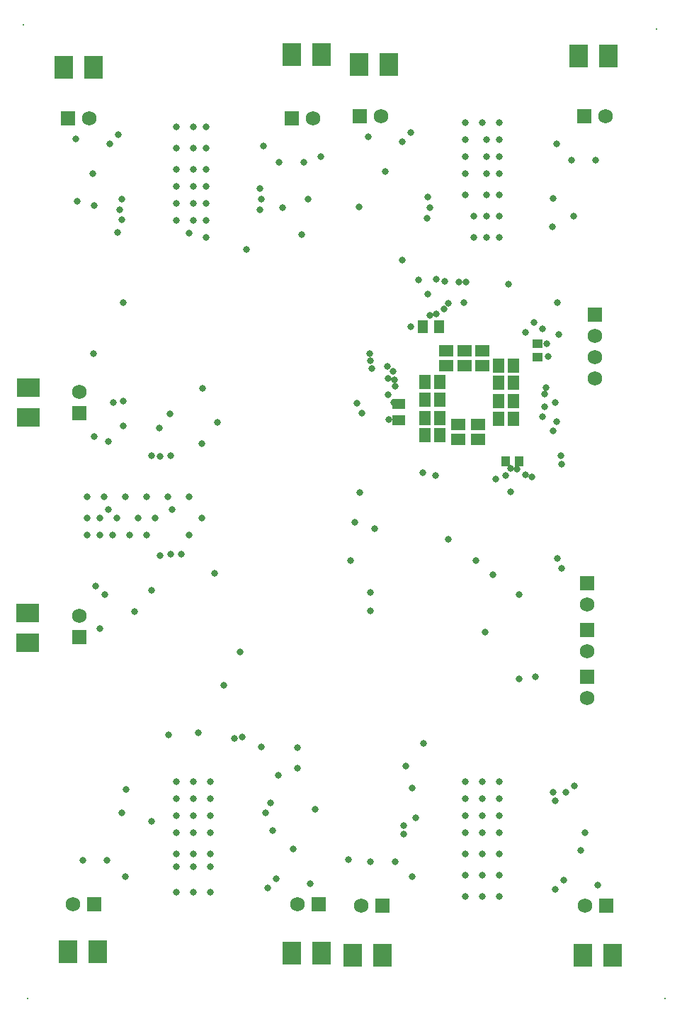
<source format=gbs>
G04 Layer_Color=16711935*
%FSLAX25Y25*%
%MOIN*%
G70*
G01*
G75*
%ADD43R,0.06312X0.04934*%
%ADD48R,0.04737X0.04343*%
%ADD50R,0.04343X0.04737*%
%ADD51R,0.06509X0.05328*%
%ADD52R,0.05328X0.06509*%
%ADD53R,0.04934X0.06312*%
%ADD56C,0.00800*%
%ADD57R,0.06800X0.06800*%
%ADD58C,0.06800*%
%ADD59R,0.06800X0.06800*%
%ADD60C,0.03162*%
%ADD61R,0.08674X0.10642*%
%ADD62R,0.10642X0.08674*%
D43*
X290547Y342260D02*
D03*
Y349740D02*
D03*
D48*
X356047Y378039D02*
D03*
Y371740D02*
D03*
D50*
X347346Y322740D02*
D03*
X341047D02*
D03*
D51*
X318547Y340240D02*
D03*
Y333154D02*
D03*
X313047Y367653D02*
D03*
Y374740D02*
D03*
X321547Y367653D02*
D03*
Y374740D02*
D03*
X330047Y367653D02*
D03*
Y374740D02*
D03*
X328047Y340240D02*
D03*
Y333154D02*
D03*
D52*
X310047Y335240D02*
D03*
X302961D02*
D03*
X310134Y343240D02*
D03*
X303047D02*
D03*
X310134Y351740D02*
D03*
X303047D02*
D03*
X310134Y360240D02*
D03*
X303047D02*
D03*
X337547Y367740D02*
D03*
X344634D02*
D03*
X337547Y359740D02*
D03*
X344634D02*
D03*
X337547Y351240D02*
D03*
X344634D02*
D03*
X337547Y342740D02*
D03*
X344634D02*
D03*
D53*
X302067Y386240D02*
D03*
X309547D02*
D03*
D56*
X114000Y528000D02*
D03*
X116000Y70000D02*
D03*
X416000D02*
D03*
X412000Y526000D02*
D03*
D57*
X134900Y484000D02*
D03*
X378000Y485000D02*
D03*
X272500D02*
D03*
X388400Y113850D02*
D03*
X147400Y114500D02*
D03*
X252900D02*
D03*
X282900Y113850D02*
D03*
X240400Y484000D02*
D03*
D58*
X144900D02*
D03*
X388000Y485000D02*
D03*
X282500D02*
D03*
X378400Y113850D02*
D03*
X137400Y114500D02*
D03*
X242900D02*
D03*
X272900Y113850D02*
D03*
X379500Y255500D02*
D03*
X250400Y484000D02*
D03*
X140500Y250100D02*
D03*
Y355600D02*
D03*
X383047Y361740D02*
D03*
Y371740D02*
D03*
Y381740D02*
D03*
X379500Y211500D02*
D03*
Y233500D02*
D03*
D59*
Y265500D02*
D03*
X140500Y240100D02*
D03*
Y345600D02*
D03*
X383047Y391740D02*
D03*
X379500Y221500D02*
D03*
Y243500D02*
D03*
D60*
X154000Y300000D02*
D03*
X184000D02*
D03*
X176000Y296000D02*
D03*
X168000D02*
D03*
X158000D02*
D03*
X150000D02*
D03*
X144000D02*
D03*
Y288000D02*
D03*
X150000D02*
D03*
X156000D02*
D03*
X164000D02*
D03*
X172000D02*
D03*
X192000D02*
D03*
X198000Y296000D02*
D03*
X192000Y306000D02*
D03*
X182000D02*
D03*
X172000D02*
D03*
X162000D02*
D03*
X152000D02*
D03*
X144000D02*
D03*
X202000Y132000D02*
D03*
X194000D02*
D03*
X186000D02*
D03*
X194000Y120000D02*
D03*
X186000D02*
D03*
X194000Y138000D02*
D03*
Y148000D02*
D03*
Y156000D02*
D03*
Y164000D02*
D03*
X202000Y138000D02*
D03*
X186000D02*
D03*
Y148000D02*
D03*
Y156000D02*
D03*
Y164000D02*
D03*
X202000Y120000D02*
D03*
Y148000D02*
D03*
Y156000D02*
D03*
Y164000D02*
D03*
Y172000D02*
D03*
X194000D02*
D03*
X186000D02*
D03*
X338000Y118000D02*
D03*
X330000D02*
D03*
X322000D02*
D03*
Y128000D02*
D03*
X330000D02*
D03*
X338000D02*
D03*
Y138000D02*
D03*
X330000D02*
D03*
X322000D02*
D03*
Y148000D02*
D03*
X330000D02*
D03*
X338000D02*
D03*
Y156000D02*
D03*
X330000D02*
D03*
X322000D02*
D03*
Y164000D02*
D03*
X330000D02*
D03*
X338000D02*
D03*
Y172000D02*
D03*
X330000D02*
D03*
X322000D02*
D03*
X326000Y428000D02*
D03*
Y438000D02*
D03*
X322000Y448000D02*
D03*
Y458000D02*
D03*
Y466000D02*
D03*
Y474000D02*
D03*
X332000D02*
D03*
Y466000D02*
D03*
Y458000D02*
D03*
Y448000D02*
D03*
Y438000D02*
D03*
Y428000D02*
D03*
X338000D02*
D03*
Y438000D02*
D03*
Y448000D02*
D03*
Y458000D02*
D03*
Y466000D02*
D03*
Y474000D02*
D03*
Y482000D02*
D03*
X330000D02*
D03*
X322000D02*
D03*
X186000Y452000D02*
D03*
X194000D02*
D03*
X200000D02*
D03*
Y460000D02*
D03*
X194000Y480000D02*
D03*
Y470000D02*
D03*
X186000D02*
D03*
X194000Y460000D02*
D03*
Y444000D02*
D03*
X192000Y430000D02*
D03*
X194000Y436000D02*
D03*
X186000D02*
D03*
Y444000D02*
D03*
Y460000D02*
D03*
X200000Y428000D02*
D03*
Y436000D02*
D03*
Y444000D02*
D03*
Y470000D02*
D03*
Y480000D02*
D03*
X186000D02*
D03*
X283000Y90500D02*
D03*
X269500Y92000D02*
D03*
X161000Y397500D02*
D03*
X234000Y175000D02*
D03*
X226000Y188500D02*
D03*
X217000Y193000D02*
D03*
X208500Y217500D02*
D03*
X188500Y279000D02*
D03*
X198500Y357000D02*
D03*
X174500Y325500D02*
D03*
X292500Y417500D02*
D03*
X300000Y408000D02*
D03*
X319000Y407000D02*
D03*
X322500D02*
D03*
X183500Y325500D02*
D03*
X278000Y366500D02*
D03*
X178500Y325000D02*
D03*
X277500Y370000D02*
D03*
X277000Y373500D02*
D03*
X304000Y437000D02*
D03*
X304500Y447000D02*
D03*
X305500Y442000D02*
D03*
X363500Y446500D02*
D03*
X342500Y406000D02*
D03*
X327000Y276000D02*
D03*
X347500Y220500D02*
D03*
X355000Y221500D02*
D03*
X331500Y242500D02*
D03*
X288500Y350468D02*
D03*
X286000Y342469D02*
D03*
X271000Y349969D02*
D03*
X360500Y377969D02*
D03*
X338000Y367469D02*
D03*
X344500Y368468D02*
D03*
X310000Y334968D02*
D03*
X318500Y332968D02*
D03*
X354500Y387968D02*
D03*
X366000Y382469D02*
D03*
X161000Y351100D02*
D03*
Y339600D02*
D03*
X152500Y260000D02*
D03*
X150000Y244000D02*
D03*
X148000Y264000D02*
D03*
X166500Y252000D02*
D03*
X141900Y135000D02*
D03*
X153400D02*
D03*
X233000Y126500D02*
D03*
X249000Y124000D02*
D03*
X229000Y122000D02*
D03*
X241000Y140500D02*
D03*
X277400Y134350D02*
D03*
X288900D02*
D03*
X384500Y123350D02*
D03*
X376500Y139850D02*
D03*
X383500Y464500D02*
D03*
X372000D02*
D03*
X292400Y473000D02*
D03*
X276400Y475500D02*
D03*
X296400Y477500D02*
D03*
X284400Y459000D02*
D03*
X158800Y476500D02*
D03*
X146800Y458000D02*
D03*
X154800Y472000D02*
D03*
X138800Y474500D02*
D03*
X234400Y463500D02*
D03*
X245900D02*
D03*
X285500Y367500D02*
D03*
X288000Y365000D02*
D03*
X160500Y446000D02*
D03*
X159500Y441000D02*
D03*
X160500Y436500D02*
D03*
X304500Y401500D02*
D03*
X225500Y441000D02*
D03*
X312500Y407500D02*
D03*
X308500Y408500D02*
D03*
Y392000D02*
D03*
X312000Y394500D02*
D03*
X314000Y397000D02*
D03*
X321500Y397500D02*
D03*
X358500Y385000D02*
D03*
X360000Y357500D02*
D03*
X365500Y397500D02*
D03*
X365000Y472000D02*
D03*
X363000Y433000D02*
D03*
X373000Y438000D02*
D03*
X359500Y354500D02*
D03*
X183500Y279000D02*
D03*
X178500Y278500D02*
D03*
X361000Y371969D02*
D03*
X364500Y350500D02*
D03*
X359500Y348500D02*
D03*
X302000Y317500D02*
D03*
X273500Y345500D02*
D03*
X254000Y466000D02*
D03*
X227000Y471000D02*
D03*
X219000Y422500D02*
D03*
X226000Y446000D02*
D03*
X225500Y451000D02*
D03*
X272000Y442500D02*
D03*
X248000Y446000D02*
D03*
X236000Y442000D02*
D03*
X245000Y429500D02*
D03*
X139500Y445000D02*
D03*
X147500Y443000D02*
D03*
X158500Y430500D02*
D03*
X147000Y373500D02*
D03*
X147500Y334500D02*
D03*
X198000Y331000D02*
D03*
X205500Y341000D02*
D03*
X183000Y345000D02*
D03*
X178000Y338500D02*
D03*
X156500Y350500D02*
D03*
X154000Y332000D02*
D03*
X285634Y361740D02*
D03*
Y354240D02*
D03*
X182500Y194000D02*
D03*
X160500Y157500D02*
D03*
X196500Y195000D02*
D03*
X174500Y153500D02*
D03*
X213500Y192500D02*
D03*
X230500Y162000D02*
D03*
X228000Y157500D02*
D03*
X204000Y270000D02*
D03*
X216000Y233000D02*
D03*
X174500Y262000D02*
D03*
X231500Y149000D02*
D03*
X162000Y127500D02*
D03*
X162500Y168500D02*
D03*
X243000Y178500D02*
D03*
Y188000D02*
D03*
X251500Y159000D02*
D03*
X267000Y135500D02*
D03*
X297000Y127500D02*
D03*
Y169000D02*
D03*
X308000Y316000D02*
D03*
X268000Y276000D02*
D03*
X298600Y155100D02*
D03*
X363500Y167000D02*
D03*
X302500Y190000D02*
D03*
X294000Y179500D02*
D03*
X350500Y316500D02*
D03*
X341000Y316000D02*
D03*
X336500Y314500D02*
D03*
X358500Y343938D02*
D03*
X343500Y319500D02*
D03*
X346500Y318969D02*
D03*
X353500Y315500D02*
D03*
X277500Y261000D02*
D03*
X293000Y151500D02*
D03*
X343500Y308500D02*
D03*
X277500Y252500D02*
D03*
X293000Y147500D02*
D03*
X350500Y383498D02*
D03*
X365000Y341500D02*
D03*
X364500Y163000D02*
D03*
X289000Y358000D02*
D03*
X363500Y337000D02*
D03*
X367000Y325500D02*
D03*
X369500Y167000D02*
D03*
X296500Y386000D02*
D03*
X335000Y269500D02*
D03*
X367500Y272500D02*
D03*
X365500Y277000D02*
D03*
X347500Y260000D02*
D03*
X272500Y308000D02*
D03*
X270000Y294000D02*
D03*
X314000Y286000D02*
D03*
X279500Y291000D02*
D03*
X305500Y391500D02*
D03*
X288596Y361000D02*
D03*
X367500Y321500D02*
D03*
X373500Y170000D02*
D03*
X368500Y125850D02*
D03*
X364500Y121350D02*
D03*
X378500Y148000D02*
D03*
D61*
X240500Y91500D02*
D03*
X254476D02*
D03*
X135024Y92000D02*
D03*
X149000D02*
D03*
X269079Y90500D02*
D03*
X283055D02*
D03*
X377524D02*
D03*
X391500D02*
D03*
X146921Y508000D02*
D03*
X132945D02*
D03*
X286000Y509500D02*
D03*
X272024D02*
D03*
X389500Y513500D02*
D03*
X375524D02*
D03*
X254476Y514000D02*
D03*
X240500D02*
D03*
D62*
X116000Y251500D02*
D03*
Y237524D02*
D03*
X116500Y357500D02*
D03*
Y343524D02*
D03*
M02*

</source>
